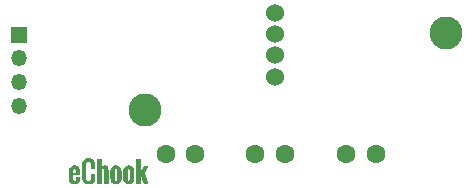
<source format=gts>
G04 #@! TF.GenerationSoftware,KiCad,Pcbnew,(6.0.0)*
G04 #@! TF.CreationDate,2022-01-04T09:55:11+00:00*
G04 #@! TF.ProjectId,LEM_Breakout_Board,4c454d5f-4272-4656-916b-6f75745f426f,rev?*
G04 #@! TF.SameCoordinates,Original*
G04 #@! TF.FileFunction,Soldermask,Top*
G04 #@! TF.FilePolarity,Negative*
%FSLAX46Y46*%
G04 Gerber Fmt 4.6, Leading zero omitted, Abs format (unit mm)*
G04 Created by KiCad (PCBNEW (6.0.0)) date 2022-01-04 09:55:11*
%MOMM*%
%LPD*%
G01*
G04 APERTURE LIST*
%ADD10C,0.010000*%
%ADD11C,1.600000*%
%ADD12R,1.350000X1.350000*%
%ADD13O,1.350000X1.350000*%
%ADD14C,1.524000*%
%ADD15C,2.800000*%
G04 APERTURE END LIST*
D10*
G04 #@! TO.C,G\u002A\u002A\u002A*
X120322137Y-106192772D02*
X120369195Y-106200826D01*
X120369195Y-106200826D02*
X120506515Y-106241636D01*
X120506515Y-106241636D02*
X120609080Y-106305281D01*
X120609080Y-106305281D02*
X120681027Y-106397624D01*
X120681027Y-106397624D02*
X120726495Y-106524525D01*
X120726495Y-106524525D02*
X120749622Y-106691844D01*
X120749622Y-106691844D02*
X120752532Y-106743750D01*
X120752532Y-106743750D02*
X120762054Y-106966000D01*
X120762054Y-106966000D02*
X120483970Y-106966000D01*
X120483970Y-106966000D02*
X120472676Y-106750823D01*
X120472676Y-106750823D02*
X120461050Y-106616737D01*
X120461050Y-106616737D02*
X120439153Y-106525547D01*
X120439153Y-106525547D02*
X120401568Y-106469584D01*
X120401568Y-106469584D02*
X120342876Y-106441177D01*
X120342876Y-106441177D02*
X120257657Y-106432654D01*
X120257657Y-106432654D02*
X120247877Y-106432600D01*
X120247877Y-106432600D02*
X120131091Y-106448069D01*
X120131091Y-106448069D02*
X120067663Y-106481155D01*
X120067663Y-106481155D02*
X120007700Y-106529711D01*
X120007700Y-106529711D02*
X120007700Y-107960998D01*
X120007700Y-107960998D02*
X120078966Y-108022299D01*
X120078966Y-108022299D02*
X120173958Y-108074171D01*
X120173958Y-108074171D02*
X120276129Y-108079627D01*
X120276129Y-108079627D02*
X120373049Y-108038600D01*
X120373049Y-108038600D02*
X120391631Y-108024021D01*
X120391631Y-108024021D02*
X120425716Y-107990472D01*
X120425716Y-107990472D02*
X120447386Y-107952622D01*
X120447386Y-107952622D02*
X120460404Y-107897448D01*
X120460404Y-107897448D02*
X120468538Y-107811930D01*
X120468538Y-107811930D02*
X120472432Y-107744621D01*
X120472432Y-107744621D02*
X120483970Y-107524800D01*
X120483970Y-107524800D02*
X120757000Y-107524800D01*
X120757000Y-107524800D02*
X120756858Y-107696250D01*
X120756858Y-107696250D02*
X120743427Y-107890357D01*
X120743427Y-107890357D02*
X120702468Y-108044117D01*
X120702468Y-108044117D02*
X120632444Y-108160831D01*
X120632444Y-108160831D02*
X120531822Y-108243797D01*
X120531822Y-108243797D02*
X120492812Y-108263801D01*
X120492812Y-108263801D02*
X120364343Y-108300615D01*
X120364343Y-108300615D02*
X120215884Y-108310427D01*
X120215884Y-108310427D02*
X120070471Y-108293246D01*
X120070471Y-108293246D02*
X119979351Y-108263606D01*
X119979351Y-108263606D02*
X119859586Y-108182049D01*
X119859586Y-108182049D02*
X119766421Y-108061140D01*
X119766421Y-108061140D02*
X119711871Y-107931200D01*
X119711871Y-107931200D02*
X119699073Y-107859430D01*
X119699073Y-107859430D02*
X119689113Y-107746861D01*
X119689113Y-107746861D02*
X119681988Y-107603416D01*
X119681988Y-107603416D02*
X119677694Y-107439014D01*
X119677694Y-107439014D02*
X119676229Y-107263580D01*
X119676229Y-107263580D02*
X119677589Y-107087033D01*
X119677589Y-107087033D02*
X119681772Y-106919295D01*
X119681772Y-106919295D02*
X119688774Y-106770289D01*
X119688774Y-106770289D02*
X119698592Y-106649936D01*
X119698592Y-106649936D02*
X119711224Y-106568158D01*
X119711224Y-106568158D02*
X119712294Y-106563818D01*
X119712294Y-106563818D02*
X119773416Y-106417313D01*
X119773416Y-106417313D02*
X119870055Y-106304140D01*
X119870055Y-106304140D02*
X119997117Y-106227116D01*
X119997117Y-106227116D02*
X120149509Y-106189055D01*
X120149509Y-106189055D02*
X120322137Y-106192772D01*
X120322137Y-106192772D02*
X120322137Y-106192772D01*
G36*
X120322137Y-106192772D02*
G01*
X120369195Y-106200826D01*
X120506515Y-106241636D01*
X120609080Y-106305281D01*
X120681027Y-106397624D01*
X120726495Y-106524525D01*
X120749622Y-106691844D01*
X120752532Y-106743750D01*
X120762054Y-106966000D01*
X120483970Y-106966000D01*
X120472676Y-106750823D01*
X120461050Y-106616737D01*
X120439153Y-106525547D01*
X120401568Y-106469584D01*
X120342876Y-106441177D01*
X120257657Y-106432654D01*
X120247877Y-106432600D01*
X120131091Y-106448069D01*
X120067663Y-106481155D01*
X120007700Y-106529711D01*
X120007700Y-107960998D01*
X120078966Y-108022299D01*
X120173958Y-108074171D01*
X120276129Y-108079627D01*
X120373049Y-108038600D01*
X120391631Y-108024021D01*
X120425716Y-107990472D01*
X120447386Y-107952622D01*
X120460404Y-107897448D01*
X120468538Y-107811930D01*
X120472432Y-107744621D01*
X120483970Y-107524800D01*
X120757000Y-107524800D01*
X120756858Y-107696250D01*
X120743427Y-107890357D01*
X120702468Y-108044117D01*
X120632444Y-108160831D01*
X120531822Y-108243797D01*
X120492812Y-108263801D01*
X120364343Y-108300615D01*
X120215884Y-108310427D01*
X120070471Y-108293246D01*
X119979351Y-108263606D01*
X119859586Y-108182049D01*
X119766421Y-108061140D01*
X119711871Y-107931200D01*
X119699073Y-107859430D01*
X119689113Y-107746861D01*
X119681988Y-107603416D01*
X119677694Y-107439014D01*
X119676229Y-107263580D01*
X119677589Y-107087033D01*
X119681772Y-106919295D01*
X119688774Y-106770289D01*
X119698592Y-106649936D01*
X119711224Y-106568158D01*
X119712294Y-106563818D01*
X119773416Y-106417313D01*
X119870055Y-106304140D01*
X119997117Y-106227116D01*
X120149509Y-106189055D01*
X120322137Y-106192772D01*
G37*
X120322137Y-106192772D02*
X120369195Y-106200826D01*
X120506515Y-106241636D01*
X120609080Y-106305281D01*
X120681027Y-106397624D01*
X120726495Y-106524525D01*
X120749622Y-106691844D01*
X120752532Y-106743750D01*
X120762054Y-106966000D01*
X120483970Y-106966000D01*
X120472676Y-106750823D01*
X120461050Y-106616737D01*
X120439153Y-106525547D01*
X120401568Y-106469584D01*
X120342876Y-106441177D01*
X120257657Y-106432654D01*
X120247877Y-106432600D01*
X120131091Y-106448069D01*
X120067663Y-106481155D01*
X120007700Y-106529711D01*
X120007700Y-107960998D01*
X120078966Y-108022299D01*
X120173958Y-108074171D01*
X120276129Y-108079627D01*
X120373049Y-108038600D01*
X120391631Y-108024021D01*
X120425716Y-107990472D01*
X120447386Y-107952622D01*
X120460404Y-107897448D01*
X120468538Y-107811930D01*
X120472432Y-107744621D01*
X120483970Y-107524800D01*
X120757000Y-107524800D01*
X120756858Y-107696250D01*
X120743427Y-107890357D01*
X120702468Y-108044117D01*
X120632444Y-108160831D01*
X120531822Y-108243797D01*
X120492812Y-108263801D01*
X120364343Y-108300615D01*
X120215884Y-108310427D01*
X120070471Y-108293246D01*
X119979351Y-108263606D01*
X119859586Y-108182049D01*
X119766421Y-108061140D01*
X119711871Y-107931200D01*
X119699073Y-107859430D01*
X119689113Y-107746861D01*
X119681988Y-107603416D01*
X119677694Y-107439014D01*
X119676229Y-107263580D01*
X119677589Y-107087033D01*
X119681772Y-106919295D01*
X119688774Y-106770289D01*
X119698592Y-106649936D01*
X119711224Y-106568158D01*
X119712294Y-106563818D01*
X119773416Y-106417313D01*
X119870055Y-106304140D01*
X119997117Y-106227116D01*
X120149509Y-106189055D01*
X120322137Y-106192772D01*
X123775037Y-106808320D02*
X123891979Y-106869961D01*
X123891979Y-106869961D02*
X123984142Y-106975129D01*
X123984142Y-106975129D02*
X123994126Y-106991486D01*
X123994126Y-106991486D02*
X124012703Y-107027053D01*
X124012703Y-107027053D02*
X124026290Y-107066629D01*
X124026290Y-107066629D02*
X124035657Y-107118438D01*
X124035657Y-107118438D02*
X124041571Y-107190705D01*
X124041571Y-107190705D02*
X124044799Y-107291654D01*
X124044799Y-107291654D02*
X124046111Y-107429511D01*
X124046111Y-107429511D02*
X124046300Y-107550200D01*
X124046300Y-107550200D02*
X124045042Y-107739280D01*
X124045042Y-107739280D02*
X124039899Y-107885248D01*
X124039899Y-107885248D02*
X124028814Y-107995757D01*
X124028814Y-107995757D02*
X124009733Y-108078461D01*
X124009733Y-108078461D02*
X123980598Y-108141016D01*
X123980598Y-108141016D02*
X123939356Y-108191073D01*
X123939356Y-108191073D02*
X123883949Y-108236289D01*
X123883949Y-108236289D02*
X123857020Y-108254963D01*
X123857020Y-108254963D02*
X123756942Y-108297001D01*
X123756942Y-108297001D02*
X123632873Y-108312990D01*
X123632873Y-108312990D02*
X123504760Y-108302376D01*
X123504760Y-108302376D02*
X123398600Y-108267710D01*
X123398600Y-108267710D02*
X123315855Y-108203230D01*
X123315855Y-108203230D02*
X123246371Y-108096300D01*
X123246371Y-108096300D02*
X123222788Y-108046158D01*
X123222788Y-108046158D02*
X123205913Y-107998849D01*
X123205913Y-107998849D02*
X123194628Y-107944745D01*
X123194628Y-107944745D02*
X123187818Y-107874218D01*
X123187818Y-107874218D02*
X123184367Y-107777643D01*
X123184367Y-107777643D02*
X123183157Y-107645393D01*
X123183157Y-107645393D02*
X123183043Y-107550200D01*
X123183043Y-107550200D02*
X123183059Y-107544248D01*
X123183059Y-107544248D02*
X123487500Y-107544248D01*
X123487500Y-107544248D02*
X123488335Y-107728231D01*
X123488335Y-107728231D02*
X123491770Y-107867549D01*
X123491770Y-107867549D02*
X123499194Y-107968325D01*
X123499194Y-107968325D02*
X123511998Y-108036680D01*
X123511998Y-108036680D02*
X123531572Y-108078736D01*
X123531572Y-108078736D02*
X123559308Y-108100613D01*
X123559308Y-108100613D02*
X123596596Y-108108434D01*
X123596596Y-108108434D02*
X123615795Y-108109000D01*
X123615795Y-108109000D02*
X123680484Y-108092098D01*
X123680484Y-108092098D02*
X123714285Y-108069085D01*
X123714285Y-108069085D02*
X123730192Y-108027763D01*
X123730192Y-108027763D02*
X123742598Y-107945809D01*
X123742598Y-107945809D02*
X123751503Y-107833270D01*
X123751503Y-107833270D02*
X123756909Y-107700193D01*
X123756909Y-107700193D02*
X123758813Y-107556625D01*
X123758813Y-107556625D02*
X123757218Y-107412614D01*
X123757218Y-107412614D02*
X123752122Y-107278205D01*
X123752122Y-107278205D02*
X123743526Y-107163447D01*
X123743526Y-107163447D02*
X123731429Y-107078386D01*
X123731429Y-107078386D02*
X123715831Y-107033070D01*
X123715831Y-107033070D02*
X123714285Y-107031314D01*
X123714285Y-107031314D02*
X123647037Y-106994647D01*
X123647037Y-106994647D02*
X123571095Y-107006887D01*
X123571095Y-107006887D02*
X123536804Y-107027452D01*
X123536804Y-107027452D02*
X123519562Y-107043301D01*
X123519562Y-107043301D02*
X123506871Y-107066796D01*
X123506871Y-107066796D02*
X123498040Y-107105180D01*
X123498040Y-107105180D02*
X123492379Y-107165697D01*
X123492379Y-107165697D02*
X123489196Y-107255589D01*
X123489196Y-107255589D02*
X123487800Y-107382102D01*
X123487800Y-107382102D02*
X123487500Y-107544248D01*
X123487500Y-107544248D02*
X123183059Y-107544248D01*
X123183059Y-107544248D02*
X123183473Y-107393267D01*
X123183473Y-107393267D02*
X123185508Y-107277505D01*
X123185508Y-107277505D02*
X123190264Y-107193287D01*
X123190264Y-107193287D02*
X123198857Y-107130987D01*
X123198857Y-107130987D02*
X123212404Y-107080978D01*
X123212404Y-107080978D02*
X123232022Y-107033632D01*
X123232022Y-107033632D02*
X123246371Y-107004100D01*
X123246371Y-107004100D02*
X123318142Y-106896302D01*
X123318142Y-106896302D02*
X123410436Y-106827893D01*
X123410436Y-106827893D02*
X123531862Y-106794026D01*
X123531862Y-106794026D02*
X123629793Y-106788239D01*
X123629793Y-106788239D02*
X123775037Y-106808320D01*
X123775037Y-106808320D02*
X123775037Y-106808320D01*
G36*
X123185508Y-107277505D02*
G01*
X123190264Y-107193287D01*
X123198857Y-107130987D01*
X123212404Y-107080978D01*
X123232022Y-107033632D01*
X123246371Y-107004100D01*
X123318142Y-106896302D01*
X123410436Y-106827893D01*
X123531862Y-106794026D01*
X123629793Y-106788239D01*
X123775037Y-106808320D01*
X123891979Y-106869961D01*
X123984142Y-106975129D01*
X123994126Y-106991486D01*
X124012703Y-107027053D01*
X124026290Y-107066629D01*
X124035657Y-107118438D01*
X124041571Y-107190705D01*
X124044799Y-107291654D01*
X124046111Y-107429511D01*
X124046300Y-107550200D01*
X124045042Y-107739280D01*
X124039899Y-107885248D01*
X124028814Y-107995757D01*
X124009733Y-108078461D01*
X123980598Y-108141016D01*
X123939356Y-108191073D01*
X123883949Y-108236289D01*
X123857020Y-108254963D01*
X123756942Y-108297001D01*
X123632873Y-108312990D01*
X123504760Y-108302376D01*
X123398600Y-108267710D01*
X123315855Y-108203230D01*
X123246371Y-108096300D01*
X123222788Y-108046158D01*
X123205913Y-107998849D01*
X123194628Y-107944745D01*
X123187818Y-107874218D01*
X123184367Y-107777643D01*
X123183157Y-107645393D01*
X123183043Y-107550200D01*
X123183059Y-107544248D01*
X123487500Y-107544248D01*
X123488335Y-107728231D01*
X123491770Y-107867549D01*
X123499194Y-107968325D01*
X123511998Y-108036680D01*
X123531572Y-108078736D01*
X123559308Y-108100613D01*
X123596596Y-108108434D01*
X123615795Y-108109000D01*
X123680484Y-108092098D01*
X123714285Y-108069085D01*
X123730192Y-108027763D01*
X123742598Y-107945809D01*
X123751503Y-107833270D01*
X123756909Y-107700193D01*
X123758813Y-107556625D01*
X123757218Y-107412614D01*
X123752122Y-107278205D01*
X123743526Y-107163447D01*
X123731429Y-107078386D01*
X123715831Y-107033070D01*
X123714285Y-107031314D01*
X123647037Y-106994647D01*
X123571095Y-107006887D01*
X123536804Y-107027452D01*
X123519562Y-107043301D01*
X123506871Y-107066796D01*
X123498040Y-107105180D01*
X123492379Y-107165697D01*
X123489196Y-107255589D01*
X123487800Y-107382102D01*
X123487500Y-107544248D01*
X123183059Y-107544248D01*
X123183473Y-107393267D01*
X123185508Y-107277505D01*
G37*
X123185508Y-107277505D02*
X123190264Y-107193287D01*
X123198857Y-107130987D01*
X123212404Y-107080978D01*
X123232022Y-107033632D01*
X123246371Y-107004100D01*
X123318142Y-106896302D01*
X123410436Y-106827893D01*
X123531862Y-106794026D01*
X123629793Y-106788239D01*
X123775037Y-106808320D01*
X123891979Y-106869961D01*
X123984142Y-106975129D01*
X123994126Y-106991486D01*
X124012703Y-107027053D01*
X124026290Y-107066629D01*
X124035657Y-107118438D01*
X124041571Y-107190705D01*
X124044799Y-107291654D01*
X124046111Y-107429511D01*
X124046300Y-107550200D01*
X124045042Y-107739280D01*
X124039899Y-107885248D01*
X124028814Y-107995757D01*
X124009733Y-108078461D01*
X123980598Y-108141016D01*
X123939356Y-108191073D01*
X123883949Y-108236289D01*
X123857020Y-108254963D01*
X123756942Y-108297001D01*
X123632873Y-108312990D01*
X123504760Y-108302376D01*
X123398600Y-108267710D01*
X123315855Y-108203230D01*
X123246371Y-108096300D01*
X123222788Y-108046158D01*
X123205913Y-107998849D01*
X123194628Y-107944745D01*
X123187818Y-107874218D01*
X123184367Y-107777643D01*
X123183157Y-107645393D01*
X123183043Y-107550200D01*
X123183059Y-107544248D01*
X123487500Y-107544248D01*
X123488335Y-107728231D01*
X123491770Y-107867549D01*
X123499194Y-107968325D01*
X123511998Y-108036680D01*
X123531572Y-108078736D01*
X123559308Y-108100613D01*
X123596596Y-108108434D01*
X123615795Y-108109000D01*
X123680484Y-108092098D01*
X123714285Y-108069085D01*
X123730192Y-108027763D01*
X123742598Y-107945809D01*
X123751503Y-107833270D01*
X123756909Y-107700193D01*
X123758813Y-107556625D01*
X123757218Y-107412614D01*
X123752122Y-107278205D01*
X123743526Y-107163447D01*
X123731429Y-107078386D01*
X123715831Y-107033070D01*
X123714285Y-107031314D01*
X123647037Y-106994647D01*
X123571095Y-107006887D01*
X123536804Y-107027452D01*
X123519562Y-107043301D01*
X123506871Y-107066796D01*
X123498040Y-107105180D01*
X123492379Y-107165697D01*
X123489196Y-107255589D01*
X123487800Y-107382102D01*
X123487500Y-107544248D01*
X123183059Y-107544248D01*
X123183473Y-107393267D01*
X123185508Y-107277505D01*
X119177798Y-106800078D02*
X119283387Y-106838348D01*
X119283387Y-106838348D02*
X119360449Y-106907767D01*
X119360449Y-106907767D02*
X119412760Y-107012997D01*
X119412760Y-107012997D02*
X119444095Y-107158703D01*
X119444095Y-107158703D02*
X119456362Y-107302550D01*
X119456362Y-107302550D02*
X119468391Y-107550200D01*
X119468391Y-107550200D02*
X118871186Y-107550200D01*
X118871186Y-107550200D02*
X118882063Y-107777702D01*
X118882063Y-107777702D02*
X118890531Y-107899405D01*
X118890531Y-107899405D02*
X118903554Y-107981273D01*
X118903554Y-107981273D02*
X118923389Y-108034223D01*
X118923389Y-108034223D02*
X118939906Y-108057102D01*
X118939906Y-108057102D02*
X119006018Y-108103759D01*
X119006018Y-108103759D02*
X119070847Y-108105287D01*
X119070847Y-108105287D02*
X119126847Y-108066970D01*
X119126847Y-108066970D02*
X119166472Y-107994091D01*
X119166472Y-107994091D02*
X119182176Y-107891935D01*
X119182176Y-107891935D02*
X119182200Y-107887448D01*
X119182200Y-107887448D02*
X119182200Y-107778800D01*
X119182200Y-107778800D02*
X119468707Y-107778800D01*
X119468707Y-107778800D02*
X119454180Y-107919545D01*
X119454180Y-107919545D02*
X119420828Y-108074480D01*
X119420828Y-108074480D02*
X119356153Y-108189609D01*
X119356153Y-108189609D02*
X119258982Y-108266013D01*
X119258982Y-108266013D02*
X119128142Y-108304773D01*
X119128142Y-108304773D02*
X119029800Y-108310375D01*
X119029800Y-108310375D02*
X118944331Y-108306374D01*
X118944331Y-108306374D02*
X118876204Y-108298004D01*
X118876204Y-108298004D02*
X118851145Y-108291364D01*
X118851145Y-108291364D02*
X118736589Y-108213745D01*
X118736589Y-108213745D02*
X118658932Y-108109000D01*
X118658932Y-108109000D02*
X118641596Y-108071755D01*
X118641596Y-108071755D02*
X118628927Y-108027935D01*
X118628927Y-108027935D02*
X118620217Y-107969344D01*
X118620217Y-107969344D02*
X118614760Y-107887788D01*
X118614760Y-107887788D02*
X118611848Y-107775070D01*
X118611848Y-107775070D02*
X118610773Y-107622995D01*
X118610773Y-107622995D02*
X118610700Y-107550200D01*
X118610700Y-107550200D02*
X118611096Y-107397800D01*
X118611096Y-107397800D02*
X118870838Y-107397800D01*
X118870838Y-107397800D02*
X119182200Y-107397800D01*
X119182200Y-107397800D02*
X119182200Y-107272453D01*
X119182200Y-107272453D02*
X119172025Y-107137665D01*
X119172025Y-107137665D02*
X119140769Y-107047991D01*
X119140769Y-107047991D02*
X119087329Y-107001841D01*
X119087329Y-107001841D02*
X119010605Y-106997622D01*
X119010605Y-106997622D02*
X118994444Y-107001141D01*
X118994444Y-107001141D02*
X118954657Y-107015897D01*
X118954657Y-107015897D02*
X118928134Y-107043233D01*
X118928134Y-107043233D02*
X118910178Y-107093878D01*
X118910178Y-107093878D02*
X118896091Y-107178564D01*
X118896091Y-107178564D02*
X118888274Y-107243684D01*
X118888274Y-107243684D02*
X118870838Y-107397800D01*
X118870838Y-107397800D02*
X118611096Y-107397800D01*
X118611096Y-107397800D02*
X118611137Y-107382143D01*
X118611137Y-107382143D02*
X118612964Y-107256657D01*
X118612964Y-107256657D02*
X118616946Y-107165519D01*
X118616946Y-107165519D02*
X118623852Y-107100502D01*
X118623852Y-107100502D02*
X118634450Y-107053383D01*
X118634450Y-107053383D02*
X118649508Y-107015937D01*
X118649508Y-107015937D02*
X118662873Y-106991486D01*
X118662873Y-106991486D02*
X118748397Y-106883436D01*
X118748397Y-106883436D02*
X118856444Y-106817389D01*
X118856444Y-106817389D02*
X118993815Y-106789682D01*
X118993815Y-106789682D02*
X119039906Y-106788294D01*
X119039906Y-106788294D02*
X119177798Y-106800078D01*
X119177798Y-106800078D02*
X119177798Y-106800078D01*
G36*
X118612964Y-107256657D02*
G01*
X118616946Y-107165519D01*
X118623852Y-107100502D01*
X118634450Y-107053383D01*
X118649508Y-107015937D01*
X118662873Y-106991486D01*
X118748397Y-106883436D01*
X118856444Y-106817389D01*
X118993815Y-106789682D01*
X119039906Y-106788294D01*
X119177798Y-106800078D01*
X119283387Y-106838348D01*
X119360449Y-106907767D01*
X119412760Y-107012997D01*
X119444095Y-107158703D01*
X119456362Y-107302550D01*
X119468391Y-107550200D01*
X118871186Y-107550200D01*
X118882063Y-107777702D01*
X118890531Y-107899405D01*
X118903554Y-107981273D01*
X118923389Y-108034223D01*
X118939906Y-108057102D01*
X119006018Y-108103759D01*
X119070847Y-108105287D01*
X119126847Y-108066970D01*
X119166472Y-107994091D01*
X119182176Y-107891935D01*
X119182200Y-107887448D01*
X119182200Y-107778800D01*
X119468707Y-107778800D01*
X119454180Y-107919545D01*
X119420828Y-108074480D01*
X119356153Y-108189609D01*
X119258982Y-108266013D01*
X119128142Y-108304773D01*
X119029800Y-108310375D01*
X118944331Y-108306374D01*
X118876204Y-108298004D01*
X118851145Y-108291364D01*
X118736589Y-108213745D01*
X118658932Y-108109000D01*
X118641596Y-108071755D01*
X118628927Y-108027935D01*
X118620217Y-107969344D01*
X118614760Y-107887788D01*
X118611848Y-107775070D01*
X118610773Y-107622995D01*
X118610700Y-107550200D01*
X118611096Y-107397800D01*
X118870838Y-107397800D01*
X119182200Y-107397800D01*
X119182200Y-107272453D01*
X119172025Y-107137665D01*
X119140769Y-107047991D01*
X119087329Y-107001841D01*
X119010605Y-106997622D01*
X118994444Y-107001141D01*
X118954657Y-107015897D01*
X118928134Y-107043233D01*
X118910178Y-107093878D01*
X118896091Y-107178564D01*
X118888274Y-107243684D01*
X118870838Y-107397800D01*
X118611096Y-107397800D01*
X118611137Y-107382143D01*
X118612964Y-107256657D01*
G37*
X118612964Y-107256657D02*
X118616946Y-107165519D01*
X118623852Y-107100502D01*
X118634450Y-107053383D01*
X118649508Y-107015937D01*
X118662873Y-106991486D01*
X118748397Y-106883436D01*
X118856444Y-106817389D01*
X118993815Y-106789682D01*
X119039906Y-106788294D01*
X119177798Y-106800078D01*
X119283387Y-106838348D01*
X119360449Y-106907767D01*
X119412760Y-107012997D01*
X119444095Y-107158703D01*
X119456362Y-107302550D01*
X119468391Y-107550200D01*
X118871186Y-107550200D01*
X118882063Y-107777702D01*
X118890531Y-107899405D01*
X118903554Y-107981273D01*
X118923389Y-108034223D01*
X118939906Y-108057102D01*
X119006018Y-108103759D01*
X119070847Y-108105287D01*
X119126847Y-108066970D01*
X119166472Y-107994091D01*
X119182176Y-107891935D01*
X119182200Y-107887448D01*
X119182200Y-107778800D01*
X119468707Y-107778800D01*
X119454180Y-107919545D01*
X119420828Y-108074480D01*
X119356153Y-108189609D01*
X119258982Y-108266013D01*
X119128142Y-108304773D01*
X119029800Y-108310375D01*
X118944331Y-108306374D01*
X118876204Y-108298004D01*
X118851145Y-108291364D01*
X118736589Y-108213745D01*
X118658932Y-108109000D01*
X118641596Y-108071755D01*
X118628927Y-108027935D01*
X118620217Y-107969344D01*
X118614760Y-107887788D01*
X118611848Y-107775070D01*
X118610773Y-107622995D01*
X118610700Y-107550200D01*
X118611096Y-107397800D01*
X118870838Y-107397800D01*
X119182200Y-107397800D01*
X119182200Y-107272453D01*
X119172025Y-107137665D01*
X119140769Y-107047991D01*
X119087329Y-107001841D01*
X119010605Y-106997622D01*
X118994444Y-107001141D01*
X118954657Y-107015897D01*
X118928134Y-107043233D01*
X118910178Y-107093878D01*
X118896091Y-107178564D01*
X118888274Y-107243684D01*
X118870838Y-107397800D01*
X118611096Y-107397800D01*
X118611137Y-107382143D01*
X118612964Y-107256657D01*
X122677220Y-106802375D02*
X122787342Y-106847923D01*
X122787342Y-106847923D02*
X122871382Y-106929730D01*
X122871382Y-106929730D02*
X122915828Y-107004100D01*
X122915828Y-107004100D02*
X122939411Y-107054241D01*
X122939411Y-107054241D02*
X122956286Y-107101550D01*
X122956286Y-107101550D02*
X122967571Y-107155654D01*
X122967571Y-107155654D02*
X122974381Y-107226181D01*
X122974381Y-107226181D02*
X122977832Y-107322756D01*
X122977832Y-107322756D02*
X122979042Y-107455006D01*
X122979042Y-107455006D02*
X122979156Y-107550200D01*
X122979156Y-107550200D02*
X122978726Y-107707132D01*
X122978726Y-107707132D02*
X122976691Y-107822894D01*
X122976691Y-107822894D02*
X122971935Y-107907112D01*
X122971935Y-107907112D02*
X122963342Y-107969412D01*
X122963342Y-107969412D02*
X122949795Y-108019421D01*
X122949795Y-108019421D02*
X122930177Y-108066767D01*
X122930177Y-108066767D02*
X122915828Y-108096300D01*
X122915828Y-108096300D02*
X122844057Y-108204097D01*
X122844057Y-108204097D02*
X122751763Y-108272506D01*
X122751763Y-108272506D02*
X122630337Y-108306373D01*
X122630337Y-108306373D02*
X122532406Y-108312160D01*
X122532406Y-108312160D02*
X122421676Y-108303663D01*
X122421676Y-108303663D02*
X122337423Y-108274409D01*
X122337423Y-108274409D02*
X122305179Y-108254963D01*
X122305179Y-108254963D02*
X122243453Y-108209531D01*
X122243453Y-108209531D02*
X122196724Y-108162356D01*
X122196724Y-108162356D02*
X122162935Y-108105783D01*
X122162935Y-108105783D02*
X122140031Y-108032159D01*
X122140031Y-108032159D02*
X122125956Y-107933829D01*
X122125956Y-107933829D02*
X122118655Y-107803140D01*
X122118655Y-107803140D02*
X122116072Y-107632436D01*
X122116072Y-107632436D02*
X122115900Y-107550200D01*
X122115900Y-107550200D02*
X122115911Y-107545786D01*
X122115911Y-107545786D02*
X122408000Y-107545786D01*
X122408000Y-107545786D02*
X122408541Y-107715089D01*
X122408541Y-107715089D02*
X122410575Y-107840963D01*
X122410575Y-107840963D02*
X122414713Y-107930776D01*
X122414713Y-107930776D02*
X122421570Y-107991890D01*
X122421570Y-107991890D02*
X122431759Y-108031672D01*
X122431759Y-108031672D02*
X122445892Y-108057485D01*
X122445892Y-108057485D02*
X122451124Y-108063752D01*
X122451124Y-108063752D02*
X122513907Y-108101029D01*
X122513907Y-108101029D02*
X122583465Y-108096751D01*
X122583465Y-108096751D02*
X122641719Y-108053667D01*
X122641719Y-108053667D02*
X122654687Y-108032800D01*
X122654687Y-108032800D02*
X122667713Y-107980237D01*
X122667713Y-107980237D02*
X122677522Y-107888119D01*
X122677522Y-107888119D02*
X122684116Y-107767578D01*
X122684116Y-107767578D02*
X122687494Y-107629749D01*
X122687494Y-107629749D02*
X122687658Y-107485766D01*
X122687658Y-107485766D02*
X122684608Y-107346762D01*
X122684608Y-107346762D02*
X122678343Y-107223872D01*
X122678343Y-107223872D02*
X122668866Y-107128230D01*
X122668866Y-107128230D02*
X122656176Y-107070968D01*
X122656176Y-107070968D02*
X122654639Y-107067600D01*
X122654639Y-107067600D02*
X122602484Y-107011595D01*
X122602484Y-107011595D02*
X122533181Y-106996655D01*
X122533181Y-106996655D02*
X122463250Y-107025801D01*
X122463250Y-107025801D02*
X122456705Y-107031395D01*
X122456705Y-107031395D02*
X122439465Y-107050681D01*
X122439465Y-107050681D02*
X122426829Y-107077714D01*
X122426829Y-107077714D02*
X122418092Y-107119946D01*
X122418092Y-107119946D02*
X122412548Y-107184833D01*
X122412548Y-107184833D02*
X122409490Y-107279828D01*
X122409490Y-107279828D02*
X122408213Y-107412385D01*
X122408213Y-107412385D02*
X122408000Y-107545786D01*
X122408000Y-107545786D02*
X122115911Y-107545786D01*
X122115911Y-107545786D02*
X122116337Y-107382143D01*
X122116337Y-107382143D02*
X122118164Y-107256657D01*
X122118164Y-107256657D02*
X122122146Y-107165519D01*
X122122146Y-107165519D02*
X122129052Y-107100502D01*
X122129052Y-107100502D02*
X122139650Y-107053383D01*
X122139650Y-107053383D02*
X122154708Y-107015937D01*
X122154708Y-107015937D02*
X122168073Y-106991486D01*
X122168073Y-106991486D02*
X122257377Y-106880721D01*
X122257377Y-106880721D02*
X122371019Y-106813730D01*
X122371019Y-106813730D02*
X122512521Y-106788545D01*
X122512521Y-106788545D02*
X122532406Y-106788239D01*
X122532406Y-106788239D02*
X122677220Y-106802375D01*
X122677220Y-106802375D02*
X122677220Y-106802375D01*
G36*
X122118164Y-107256657D02*
G01*
X122122146Y-107165519D01*
X122129052Y-107100502D01*
X122139650Y-107053383D01*
X122154708Y-107015937D01*
X122168073Y-106991486D01*
X122257377Y-106880721D01*
X122371019Y-106813730D01*
X122512521Y-106788545D01*
X122532406Y-106788239D01*
X122677220Y-106802375D01*
X122787342Y-106847923D01*
X122871382Y-106929730D01*
X122915828Y-107004100D01*
X122939411Y-107054241D01*
X122956286Y-107101550D01*
X122967571Y-107155654D01*
X122974381Y-107226181D01*
X122977832Y-107322756D01*
X122979042Y-107455006D01*
X122979156Y-107550200D01*
X122978726Y-107707132D01*
X122976691Y-107822894D01*
X122971935Y-107907112D01*
X122963342Y-107969412D01*
X122949795Y-108019421D01*
X122930177Y-108066767D01*
X122915828Y-108096300D01*
X122844057Y-108204097D01*
X122751763Y-108272506D01*
X122630337Y-108306373D01*
X122532406Y-108312160D01*
X122421676Y-108303663D01*
X122337423Y-108274409D01*
X122305179Y-108254963D01*
X122243453Y-108209531D01*
X122196724Y-108162356D01*
X122162935Y-108105783D01*
X122140031Y-108032159D01*
X122125956Y-107933829D01*
X122118655Y-107803140D01*
X122116072Y-107632436D01*
X122115900Y-107550200D01*
X122115911Y-107545786D01*
X122408000Y-107545786D01*
X122408541Y-107715089D01*
X122410575Y-107840963D01*
X122414713Y-107930776D01*
X122421570Y-107991890D01*
X122431759Y-108031672D01*
X122445892Y-108057485D01*
X122451124Y-108063752D01*
X122513907Y-108101029D01*
X122583465Y-108096751D01*
X122641719Y-108053667D01*
X122654687Y-108032800D01*
X122667713Y-107980237D01*
X122677522Y-107888119D01*
X122684116Y-107767578D01*
X122687494Y-107629749D01*
X122687658Y-107485766D01*
X122684608Y-107346762D01*
X122678343Y-107223872D01*
X122668866Y-107128230D01*
X122656176Y-107070968D01*
X122654639Y-107067600D01*
X122602484Y-107011595D01*
X122533181Y-106996655D01*
X122463250Y-107025801D01*
X122456705Y-107031395D01*
X122439465Y-107050681D01*
X122426829Y-107077714D01*
X122418092Y-107119946D01*
X122412548Y-107184833D01*
X122409490Y-107279828D01*
X122408213Y-107412385D01*
X122408000Y-107545786D01*
X122115911Y-107545786D01*
X122116337Y-107382143D01*
X122118164Y-107256657D01*
G37*
X122118164Y-107256657D02*
X122122146Y-107165519D01*
X122129052Y-107100502D01*
X122139650Y-107053383D01*
X122154708Y-107015937D01*
X122168073Y-106991486D01*
X122257377Y-106880721D01*
X122371019Y-106813730D01*
X122512521Y-106788545D01*
X122532406Y-106788239D01*
X122677220Y-106802375D01*
X122787342Y-106847923D01*
X122871382Y-106929730D01*
X122915828Y-107004100D01*
X122939411Y-107054241D01*
X122956286Y-107101550D01*
X122967571Y-107155654D01*
X122974381Y-107226181D01*
X122977832Y-107322756D01*
X122979042Y-107455006D01*
X122979156Y-107550200D01*
X122978726Y-107707132D01*
X122976691Y-107822894D01*
X122971935Y-107907112D01*
X122963342Y-107969412D01*
X122949795Y-108019421D01*
X122930177Y-108066767D01*
X122915828Y-108096300D01*
X122844057Y-108204097D01*
X122751763Y-108272506D01*
X122630337Y-108306373D01*
X122532406Y-108312160D01*
X122421676Y-108303663D01*
X122337423Y-108274409D01*
X122305179Y-108254963D01*
X122243453Y-108209531D01*
X122196724Y-108162356D01*
X122162935Y-108105783D01*
X122140031Y-108032159D01*
X122125956Y-107933829D01*
X122118655Y-107803140D01*
X122116072Y-107632436D01*
X122115900Y-107550200D01*
X122115911Y-107545786D01*
X122408000Y-107545786D01*
X122408541Y-107715089D01*
X122410575Y-107840963D01*
X122414713Y-107930776D01*
X122421570Y-107991890D01*
X122431759Y-108031672D01*
X122445892Y-108057485D01*
X122451124Y-108063752D01*
X122513907Y-108101029D01*
X122583465Y-108096751D01*
X122641719Y-108053667D01*
X122654687Y-108032800D01*
X122667713Y-107980237D01*
X122677522Y-107888119D01*
X122684116Y-107767578D01*
X122687494Y-107629749D01*
X122687658Y-107485766D01*
X122684608Y-107346762D01*
X122678343Y-107223872D01*
X122668866Y-107128230D01*
X122656176Y-107070968D01*
X122654639Y-107067600D01*
X122602484Y-107011595D01*
X122533181Y-106996655D01*
X122463250Y-107025801D01*
X122456705Y-107031395D01*
X122439465Y-107050681D01*
X122426829Y-107077714D01*
X122418092Y-107119946D01*
X122412548Y-107184833D01*
X122409490Y-107279828D01*
X122408213Y-107412385D01*
X122408000Y-107545786D01*
X122115911Y-107545786D01*
X122116337Y-107382143D01*
X122118164Y-107256657D01*
X124605100Y-107398332D02*
X124960700Y-106813892D01*
X124960700Y-106813892D02*
X125106750Y-106813746D01*
X125106750Y-106813746D02*
X125185230Y-106815336D01*
X125185230Y-106815336D02*
X125238246Y-106819604D01*
X125238246Y-106819604D02*
X125252800Y-106824181D01*
X125252800Y-106824181D02*
X125240622Y-106848782D01*
X125240622Y-106848782D02*
X125207325Y-106908504D01*
X125207325Y-106908504D02*
X125157766Y-106994807D01*
X125157766Y-106994807D02*
X125096799Y-107099152D01*
X125096799Y-107099152D02*
X125086264Y-107117030D01*
X125086264Y-107117030D02*
X124919728Y-107399298D01*
X124919728Y-107399298D02*
X125012632Y-107646199D01*
X125012632Y-107646199D02*
X125062397Y-107778762D01*
X125062397Y-107778762D02*
X125115523Y-107920774D01*
X125115523Y-107920774D02*
X125163124Y-108048468D01*
X125163124Y-108048468D02*
X125178529Y-108089950D01*
X125178529Y-108089950D02*
X125251522Y-108286800D01*
X125251522Y-108286800D02*
X124960700Y-108286450D01*
X124960700Y-108286450D02*
X124833700Y-107931200D01*
X124833700Y-107931200D02*
X124788378Y-107806827D01*
X124788378Y-107806827D02*
X124748335Y-107701437D01*
X124748335Y-107701437D02*
X124716873Y-107623377D01*
X124716873Y-107623377D02*
X124697293Y-107580995D01*
X124697293Y-107580995D02*
X124693126Y-107575774D01*
X124693126Y-107575774D02*
X124672419Y-107595178D01*
X124672419Y-107595178D02*
X124639920Y-107642783D01*
X124639920Y-107642783D02*
X124635976Y-107649369D01*
X124635976Y-107649369D02*
X124615278Y-107696619D01*
X124615278Y-107696619D02*
X124601988Y-107761367D01*
X124601988Y-107761367D02*
X124594805Y-107854249D01*
X124594805Y-107854249D02*
X124592424Y-107985899D01*
X124592424Y-107985899D02*
X124592400Y-108004969D01*
X124592400Y-108004969D02*
X124592400Y-108286800D01*
X124592400Y-108286800D02*
X124287600Y-108286800D01*
X124287600Y-108286800D02*
X124287600Y-106204000D01*
X124287600Y-106204000D02*
X124591480Y-106204000D01*
X124591480Y-106204000D02*
X124605100Y-107398332D01*
X124605100Y-107398332D02*
X124605100Y-107398332D01*
G36*
X124605100Y-107398332D02*
G01*
X124960700Y-106813892D01*
X125106750Y-106813746D01*
X125185230Y-106815336D01*
X125238246Y-106819604D01*
X125252800Y-106824181D01*
X125240622Y-106848782D01*
X125207325Y-106908504D01*
X125157766Y-106994807D01*
X125096799Y-107099152D01*
X125086264Y-107117030D01*
X124919728Y-107399298D01*
X125012632Y-107646199D01*
X125062397Y-107778762D01*
X125115523Y-107920774D01*
X125163124Y-108048468D01*
X125178529Y-108089950D01*
X125251522Y-108286800D01*
X124960700Y-108286450D01*
X124833700Y-107931200D01*
X124788378Y-107806827D01*
X124748335Y-107701437D01*
X124716873Y-107623377D01*
X124697293Y-107580995D01*
X124693126Y-107575774D01*
X124672419Y-107595178D01*
X124639920Y-107642783D01*
X124635976Y-107649369D01*
X124615278Y-107696619D01*
X124601988Y-107761367D01*
X124594805Y-107854249D01*
X124592424Y-107985899D01*
X124592400Y-108004969D01*
X124592400Y-108286800D01*
X124287600Y-108286800D01*
X124287600Y-106204000D01*
X124591480Y-106204000D01*
X124605100Y-107398332D01*
G37*
X124605100Y-107398332D02*
X124960700Y-106813892D01*
X125106750Y-106813746D01*
X125185230Y-106815336D01*
X125238246Y-106819604D01*
X125252800Y-106824181D01*
X125240622Y-106848782D01*
X125207325Y-106908504D01*
X125157766Y-106994807D01*
X125096799Y-107099152D01*
X125086264Y-107117030D01*
X124919728Y-107399298D01*
X125012632Y-107646199D01*
X125062397Y-107778762D01*
X125115523Y-107920774D01*
X125163124Y-108048468D01*
X125178529Y-108089950D01*
X125251522Y-108286800D01*
X124960700Y-108286450D01*
X124833700Y-107931200D01*
X124788378Y-107806827D01*
X124748335Y-107701437D01*
X124716873Y-107623377D01*
X124697293Y-107580995D01*
X124693126Y-107575774D01*
X124672419Y-107595178D01*
X124639920Y-107642783D01*
X124635976Y-107649369D01*
X124615278Y-107696619D01*
X124601988Y-107761367D01*
X124594805Y-107854249D01*
X124592424Y-107985899D01*
X124592400Y-108004969D01*
X124592400Y-108286800D01*
X124287600Y-108286800D01*
X124287600Y-106204000D01*
X124591480Y-106204000D01*
X124605100Y-107398332D01*
X121290400Y-106939481D02*
X121409672Y-106863840D01*
X121409672Y-106863840D02*
X121529177Y-106805371D01*
X121529177Y-106805371D02*
X121623495Y-106788200D01*
X121623495Y-106788200D02*
X121691940Y-106789956D01*
X121691940Y-106789956D02*
X121746675Y-106798627D01*
X121746675Y-106798627D02*
X121789230Y-106819310D01*
X121789230Y-106819310D02*
X121821134Y-106857105D01*
X121821134Y-106857105D02*
X121843917Y-106917113D01*
X121843917Y-106917113D02*
X121859110Y-107004431D01*
X121859110Y-107004431D02*
X121868241Y-107124161D01*
X121868241Y-107124161D02*
X121872843Y-107281400D01*
X121872843Y-107281400D02*
X121874443Y-107481249D01*
X121874443Y-107481249D02*
X121874600Y-107625138D01*
X121874600Y-107625138D02*
X121874600Y-108286800D01*
X121874600Y-108286800D02*
X121595200Y-108286800D01*
X121595200Y-108286800D02*
X121595200Y-107691977D01*
X121595200Y-107691977D02*
X121594562Y-107521368D01*
X121594562Y-107521368D02*
X121592774Y-107366410D01*
X121592774Y-107366410D02*
X121590023Y-107234776D01*
X121590023Y-107234776D02*
X121586493Y-107134141D01*
X121586493Y-107134141D02*
X121582372Y-107072177D01*
X121582372Y-107072177D02*
X121579782Y-107056977D01*
X121579782Y-107056977D02*
X121543755Y-107026109D01*
X121543755Y-107026109D02*
X121479661Y-107018019D01*
X121479661Y-107018019D02*
X121404806Y-107032641D01*
X121404806Y-107032641D02*
X121353006Y-107057821D01*
X121353006Y-107057821D02*
X121290400Y-107098842D01*
X121290400Y-107098842D02*
X121290400Y-108286800D01*
X121290400Y-108286800D02*
X121011000Y-108286800D01*
X121011000Y-108286800D02*
X121011000Y-106204000D01*
X121011000Y-106204000D02*
X121290400Y-106204000D01*
X121290400Y-106204000D02*
X121290400Y-106939481D01*
X121290400Y-106939481D02*
X121290400Y-106939481D01*
G36*
X121290400Y-106939481D02*
G01*
X121409672Y-106863840D01*
X121529177Y-106805371D01*
X121623495Y-106788200D01*
X121691940Y-106789956D01*
X121746675Y-106798627D01*
X121789230Y-106819310D01*
X121821134Y-106857105D01*
X121843917Y-106917113D01*
X121859110Y-107004431D01*
X121868241Y-107124161D01*
X121872843Y-107281400D01*
X121874443Y-107481249D01*
X121874600Y-107625138D01*
X121874600Y-108286800D01*
X121595200Y-108286800D01*
X121595200Y-107691977D01*
X121594562Y-107521368D01*
X121592774Y-107366410D01*
X121590023Y-107234776D01*
X121586493Y-107134141D01*
X121582372Y-107072177D01*
X121579782Y-107056977D01*
X121543755Y-107026109D01*
X121479661Y-107018019D01*
X121404806Y-107032641D01*
X121353006Y-107057821D01*
X121290400Y-107098842D01*
X121290400Y-108286800D01*
X121011000Y-108286800D01*
X121011000Y-106204000D01*
X121290400Y-106204000D01*
X121290400Y-106939481D01*
G37*
X121290400Y-106939481D02*
X121409672Y-106863840D01*
X121529177Y-106805371D01*
X121623495Y-106788200D01*
X121691940Y-106789956D01*
X121746675Y-106798627D01*
X121789230Y-106819310D01*
X121821134Y-106857105D01*
X121843917Y-106917113D01*
X121859110Y-107004431D01*
X121868241Y-107124161D01*
X121872843Y-107281400D01*
X121874443Y-107481249D01*
X121874600Y-107625138D01*
X121874600Y-108286800D01*
X121595200Y-108286800D01*
X121595200Y-107691977D01*
X121594562Y-107521368D01*
X121592774Y-107366410D01*
X121590023Y-107234776D01*
X121586493Y-107134141D01*
X121582372Y-107072177D01*
X121579782Y-107056977D01*
X121543755Y-107026109D01*
X121479661Y-107018019D01*
X121404806Y-107032641D01*
X121353006Y-107057821D01*
X121290400Y-107098842D01*
X121290400Y-108286800D01*
X121011000Y-108286800D01*
X121011000Y-106204000D01*
X121290400Y-106204000D01*
X121290400Y-106939481D01*
G04 #@! TD*
D11*
G04 #@! TO.C,C2*
X136900000Y-105820000D03*
X134400000Y-105820000D03*
G04 #@! TD*
G04 #@! TO.C,C3*
X126800000Y-105820000D03*
X129300000Y-105820000D03*
G04 #@! TD*
G04 #@! TO.C,C1*
X144600000Y-105820000D03*
X142100000Y-105820000D03*
G04 #@! TD*
D12*
G04 #@! TO.C,J2*
X114400000Y-95720000D03*
D13*
X114400000Y-97720000D03*
X114400000Y-99720000D03*
X114400000Y-101720000D03*
G04 #@! TD*
D14*
G04 #@! TO.C,J1*
X136039999Y-93880001D03*
X136039999Y-95680001D03*
X136039999Y-97480001D03*
X136039999Y-99280001D03*
D15*
X125039999Y-102080001D03*
X150539999Y-95580001D03*
G04 #@! TD*
M02*

</source>
